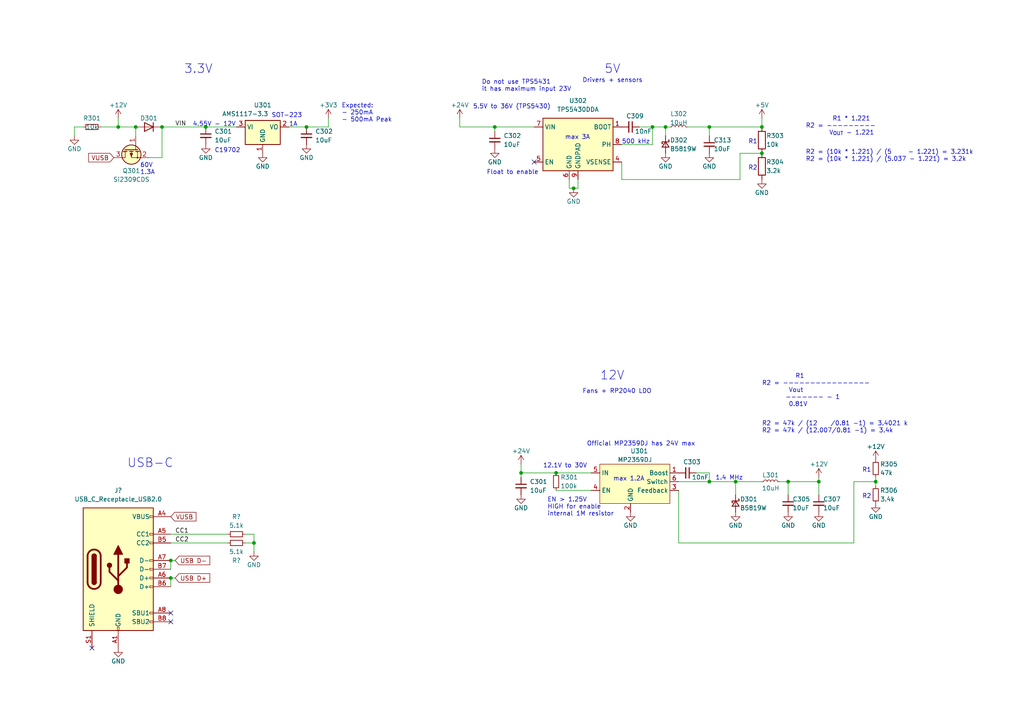
<source format=kicad_sch>
(kicad_sch (version 20230121) (generator eeschema)
  (paper "A4")
  (title_block (title "CAN 3D Printer (4 Motor) - Power Supply") (rev "1") (company "Abit Gray"))
  (lib_symbols
    (symbol "Connector:USB_C_Receptacle_USB2.0" (pin_names (offset 1.016))
      (property "Reference" "J" (at -10.16 19.05 0))
      (property "Value" "USB_C_Receptacle_USB2.0" (at 19.05 19.05 0))
      (symbol "USB_C_Receptacle_USB2.0_0_0"
        (rectangle (start -0.254 -17.78) (end 0.254 -16.764))
        (rectangle (start 10.16 -14.986) (end 9.144 -15.494))
        (rectangle (start 10.16 -12.446) (end 9.144 -12.954))
        (rectangle (start 10.16 -4.826) (end 9.144 -5.334))
        (rectangle (start 10.16 -2.286) (end 9.144 -2.794))
        (rectangle (start 10.16 0.254) (end 9.144 -0.254))
        (rectangle (start 10.16 2.794) (end 9.144 2.286))
        (rectangle (start 10.16 7.874) (end 9.144 7.366))
        (rectangle (start 10.16 10.414) (end 9.144 9.906))
        (rectangle (start 10.16 15.494) (end 9.144 14.986))
      )
      (symbol "USB_C_Receptacle_USB2.0_0_1"
        (rectangle (start -10.16 17.78) (end 10.16 -17.78) (stroke (width 0.254)) (fill (type background)))
        (arc (start -8.89 -3.81) (mid -6.985 -5.7067) (end -5.08 -3.81) (stroke (width 0.508)))
        (arc (start -7.62 -3.81) (mid -6.985 -4.4423) (end -6.35 -3.81) (stroke (width 0.254)))
        (arc (start -7.62 -3.81) (mid -6.985 -4.4423) (end -6.35 -3.81) (stroke (width 0.254)) (fill (type outline)))
        (rectangle (start -7.62 -3.81) (end -6.35 3.81) (stroke (width 0.254)) (fill (type outline)))
        (arc (start -6.35 3.81) (mid -6.985 4.4423) (end -7.62 3.81) (stroke (width 0.254)))
        (arc (start -6.35 3.81) (mid -6.985 4.4423) (end -7.62 3.81) (stroke (width 0.254)) (fill (type outline)))
        (arc (start -5.08 3.81) (mid -6.985 5.7067) (end -8.89 3.81) (stroke (width 0.508)))
        (circle (center -2.54 1.143) (radius 0.635) (stroke (width 0.254)) (fill (type outline)))
        (circle (center 0 -5.842) (radius 1.27) (fill (type outline)))
        (polyline (pts (xy -8.89 -3.81) (xy -8.89 3.81)) (stroke (width 0.508)))
        (polyline (pts (xy -5.08 3.81) (xy -5.08 -3.81)) (stroke (width 0.508)))
        (polyline (pts (xy 0 -5.842) (xy 0 4.318)) (stroke (width 0.508)))
        (polyline (pts (xy 0 -3.302) (xy -2.54 -0.762) (xy -2.54 0.508)) (stroke (width 0.508)))
        (polyline (pts (xy 0 -2.032) (xy 2.54 0.508) (xy 2.54 1.778)) (stroke (width 0.508)))
        (polyline (pts (xy -1.27 4.318) (xy 0 6.858) (xy 1.27 4.318) (xy -1.27 4.318)) (stroke (width 0.254)) (fill (type outline)))
        (rectangle (start 1.905 1.778) (end 3.175 3.048) (stroke (width 0.254)) (fill (type outline)))
      )
      (symbol "USB_C_Receptacle_USB2.0_1_1"
        (pin passive line (at 0 -22.86 90) (length 5.08) (name "GND") (number "A1"))
        (pin passive line (at 0 -22.86 90) (length 5.08) hide (name "GND") (number "A12"))
        (pin passive line (at 15.24 15.24 180) (length 5.08) (name "VBUS") (number "A4"))
        (pin bidirectional line (at 15.24 10.16 180) (length 5.08) (name "CC1") (number "A5"))
        (pin bidirectional line (at 15.24 -2.54 180) (length 5.08) (name "D+") (number "A6"))
        (pin bidirectional line (at 15.24 2.54 180) (length 5.08) (name "D-") (number "A7"))
        (pin bidirectional line (at 15.24 -12.7 180) (length 5.08) (name "SBU1") (number "A8"))
        (pin passive line (at 15.24 15.24 180) (length 5.08) hide (name "VBUS") (number "A9"))
        (pin passive line (at 0 -22.86 90) (length 5.08) hide (name "GND") (number "B1"))
        (pin passive line (at 0 -22.86 90) (length 5.08) hide (name "GND") (number "B12"))
        (pin passive line (at 15.24 15.24 180) (length 5.08) hide (name "VBUS") (number "B4"))
        (pin bidirectional line (at 15.24 7.62 180) (length 5.08) (name "CC2") (number "B5"))
        (pin bidirectional line (at 15.24 -5.08 180) (length 5.08) (name "D+") (number "B6"))
        (pin bidirectional line (at 15.24 0 180) (length 5.08) (name "D-") (number "B7"))
        (pin bidirectional line (at 15.24 -15.24 180) (length 5.08) (name "SBU2") (number "B8"))
        (pin passive line (at 15.24 15.24 180) (length 5.08) hide (name "VBUS") (number "B9"))
        (pin passive line (at -7.62 -22.86 90) (length 5.08) (name "SHIELD") (number "S1"))
      )
    )
    (symbol "Device:C_Small" (pin_numbers hide) (pin_names (offset 0.254) hide)
      (property "Reference" "C" (at 0.254 1.778 0))
      (property "Value" "C_Small" (at 0.254 -2.032 0))
      (symbol "C_Small_0_1"
        (polyline (pts (xy -1.524 -0.508) (xy 1.524 -0.508)) (stroke (width 0.3302)))
        (polyline (pts (xy -1.524 0.508) (xy 1.524 0.508)) (stroke (width 0.3048)))
      )
      (symbol "C_Small_1_1"
        (pin passive line (at 0 2.54 270) (length 2.032) (name "~") (number "1"))
        (pin passive line (at 0 -2.54 90) (length 2.032) (name "~") (number "2"))
      )
    )
    (symbol "Device:D" (pin_numbers hide) (pin_names (offset 1.016) hide)
      (property "Reference" "D" (at 0 2.54 0))
      (property "Value" "D" (at 0 -2.54 0))
      (symbol "D_0_1"
        (polyline (pts (xy -1.27 1.27) (xy -1.27 -1.27)) (stroke (width 0.254)))
        (polyline (pts (xy 1.27 0) (xy -1.27 0)))
        (polyline (pts (xy 1.27 1.27) (xy 1.27 -1.27) (xy -1.27 0) (xy 1.27 1.27)) (stroke (width 0.254)))
      )
      (symbol "D_1_1"
        (pin passive line (at -3.81 0 0) (length 2.54) (name "K") (number "1"))
        (pin passive line (at 3.81 0 180) (length 2.54) (name "A") (number "2"))
      )
    )
    (symbol "Device:D_Schottky_Small" (pin_numbers hide) (pin_names (offset 0.254) hide)
      (property "Reference" "D" (at -1.27 2.032 0))
      (property "Value" "D_Schottky_Small" (at -7.112 -2.032 0))
      (symbol "D_Schottky_Small_0_1"
        (polyline (pts (xy -0.762 0) (xy 0.762 0)))
        (polyline (pts (xy 0.762 -1.016) (xy -0.762 0) (xy 0.762 1.016) (xy 0.762 -1.016)) (stroke (width 0.254)))
        (polyline (pts (xy -1.27 0.762) (xy -1.27 1.016) (xy -0.762 1.016) (xy -0.762 -1.016) (xy -0.254 -1.016) (xy -0.254 -0.762)) (stroke (width 0.254)))
      )
      (symbol "D_Schottky_Small_1_1"
        (pin passive line (at -2.54 0 0) (length 1.778) (name "K") (number "1"))
        (pin passive line (at 2.54 0 180) (length 1.778) (name "A") (number "2"))
      )
    )
    (symbol "Device:L_Small" (pin_numbers hide) (pin_names (offset 0.254) hide)
      (property "Reference" "L" (at 0.762 1.016 0))
      (property "Value" "L_Small" (at 0.762 -1.016 0))
      (symbol "L_Small_0_1"
        (arc (start 0 -2.032) (mid 0.5058 -1.524) (end 0 -1.016))
        (arc (start 0 -1.016) (mid 0.5058 -0.508) (end 0 0))
        (arc (start 0 0) (mid 0.5058 0.508) (end 0 1.016))
        (arc (start 0 1.016) (mid 0.5058 1.524) (end 0 2.032))
      )
      (symbol "L_Small_1_1"
        (pin passive line (at 0 2.54 270) (length 0.508) (name "~") (number "1"))
        (pin passive line (at 0 -2.54 90) (length 0.508) (name "~") (number "2"))
      )
    )
    (symbol "Device:R" (pin_numbers hide) (pin_names (offset 0))
      (property "Reference" "R" (at 2.032 0 90))
      (property "Value" "R" (at 0 0 90))
      (symbol "R_0_1"
        (rectangle (start -1.016 -2.54) (end 1.016 2.54) (stroke (width 0.254)))
      )
      (symbol "R_1_1"
        (pin passive line (at 0 3.81 270) (length 1.27) (name "~") (number "1"))
        (pin passive line (at 0 -3.81 90) (length 1.27) (name "~") (number "2"))
      )
    )
    (symbol "Device:R_Small" (pin_numbers hide) (pin_names (offset 0.254) hide)
      (property "Reference" "R" (at 0.762 0.508 0))
      (property "Value" "R_Small" (at 0.762 -1.016 0))
      (symbol "R_Small_0_1"
        (rectangle (start -0.762 1.778) (end 0.762 -1.778) (stroke (width 0.2032)))
      )
      (symbol "R_Small_1_1"
        (pin passive line (at 0 2.54 270) (length 0.762) (name "~") (number "1"))
        (pin passive line (at 0 -2.54 90) (length 0.762) (name "~") (number "2"))
      )
    )
    (symbol "PCM_Transistor_MOSFET_AKL:Si2309CDS" (pin_names hide)
      (property "Reference" "Q" (at 5.08 1.27 0))
      (property "Value" "Si2309CDS" (at 5.08 -1.27 0))
      (symbol "Si2309CDS_0_1"
        (polyline (pts (xy 0.254 -1.905) (xy 0.254 1.905)) (stroke (width 0.254)))
        (polyline (pts (xy 0.254 1.27) (xy -2.54 1.27)))
        (polyline (pts (xy 0.762 -2.286) (xy 0.762 -1.27)) (stroke (width 0.254)))
        (polyline (pts (xy 0.762 -1.778) (xy 2.54 -1.778)))
        (polyline (pts (xy 0.762 -0.508) (xy 0.762 0.508)) (stroke (width 0.254)))
        (polyline (pts (xy 0.762 1.27) (xy 0.762 2.286)) (stroke (width 0.254)))
        (polyline (pts (xy 0.762 1.778) (xy 2.54 1.778)))
        (polyline (pts (xy 2.54 -2.54) (xy 2.54 -1.778)))
        (polyline (pts (xy 2.54 2.54) (xy 2.54 0) (xy 0.762 0)))
        (polyline (pts (xy 2.286 0) (xy 1.27 -0.381) (xy 1.27 0.381) (xy 2.286 0)) (fill (type outline)))
      )
      (symbol "Si2309CDS_1_1"
        (circle (center 1.651 0) (radius 2.794) (stroke (width 0.254)) (fill (type background)))
        (circle (center 2.54 1.778) (radius 0.1778) (fill (type outline)))
        (pin input line (at -3.81 1.27 0) (length 2.54) (name "G") (number "1"))
        (pin passive line (at 2.54 5.08 270) (length 2.54) (name "S") (number "2"))
        (pin passive line (at 2.54 -5.08 90) (length 2.54) (name "D") (number "3"))
      )
    )
    (symbol "Regulator_Linear:NCP1117-3.3_SOT223"
      (property "Reference" "U" (at -3.81 3.175 0))
      (property "Value" "NCP1117-3.3_SOT223" (at 0 3.175 0))
      (symbol "NCP1117-3.3_SOT223_0_1"
        (rectangle (start -5.08 -5.08) (end 5.08 1.905) (stroke (width 0.254)) (fill (type background)))
      )
      (symbol "NCP1117-3.3_SOT223_1_1"
        (pin power_in line (at 0 -7.62 90) (length 2.54) (name "GND") (number "1"))
        (pin power_out line (at 7.62 0 180) (length 2.54) (name "VO") (number "2"))
        (pin power_in line (at -7.62 0 0) (length 2.54) (name "VI") (number "3"))
      )
    )
    (symbol "Regulator_Switching:TPS5430DDA"
      (property "Reference" "U" (at -10.16 8.89 0))
      (property "Value" "TPS5430DDA" (at -1.27 8.89 0))
      (symbol "TPS5430DDA_0_1"
        (rectangle (start -10.16 7.62) (end 10.16 -7.62) (stroke (width 0.254)) (fill (type background)))
      )
      (symbol "TPS5430DDA_1_1"
        (pin input line (at 12.7 5.08 180) (length 2.54) (name "BOOT") (number "1"))
        (pin no_connect line (at -10.16 2.54 0) (length 2.54) hide (name "NC") (number "2"))
        (pin no_connect line (at -10.16 -2.54 0) (length 2.54) hide (name "NC") (number "3"))
        (pin input line (at 12.7 -5.08 180) (length 2.54) (name "VSENSE") (number "4"))
        (pin input line (at -12.7 -5.08 0) (length 2.54) (name "EN") (number "5"))
        (pin power_in line (at -2.54 -10.16 90) (length 2.54) (name "GND") (number "6"))
        (pin power_in line (at -12.7 5.08 0) (length 2.54) (name "VIN") (number "7"))
        (pin output line (at 12.7 0 180) (length 2.54) (name "PH") (number "8"))
        (pin power_in line (at 0 -10.16 90) (length 2.54) (name "GNDPAD") (number "9"))
      )
    )
    (symbol "Yautja:MP2359DJ"
      (property "Reference" "U" (at 0 5.08 0))
      (property "Value" "MP2359DJ" (at 0 2.54 0))
      (symbol "MP2359DJ_0_1"
        (rectangle (start -8.89 0) (end 11.43 -11.43) (fill (type background)))
      )
      (symbol "MP2359DJ_1_1"
        (pin input line (at 13.97 -2.54 180) (length 2.54) (name "Boost") (number "1"))
        (pin power_in line (at 0 -13.97 90) (length 2.54) (name "GND") (number "2"))
        (pin input line (at 13.97 -7.62 180) (length 2.54) (name "Feedback") (number "3"))
        (pin input line (at -11.43 -7.62 0) (length 2.54) (name "EN") (number "4"))
        (pin power_in line (at -11.43 -2.54 0) (length 2.54) (name "IN") (number "5"))
        (pin input line (at 13.97 -5.08 180) (length 2.54) (name "Switch") (number "6"))
      )
    )
    (symbol "power:+12V" (power) (pin_names (offset 0))
      (property "Value" "+12V" (at 0 3.556 0))
      (symbol "+12V_0_1"
        (polyline (pts (xy -0.762 1.27) (xy 0 2.54)))
        (polyline (pts (xy 0 0) (xy 0 2.54)))
        (polyline (pts (xy 0 2.54) (xy 0.762 1.27)))
      )
      (symbol "+12V_1_1"
        (pin power_in line (at 0 0 90) (length 0) hide (name "+12V") (number "1"))
      )
    )
    (symbol "power:+24V" (power) (pin_names (offset 0))
      (property "Value" "+24V" (at 0 3.556 0))
      (symbol "+24V_0_1"
        (polyline (pts (xy -0.762 1.27) (xy 0 2.54)))
        (polyline (pts (xy 0 0) (xy 0 2.54)))
        (polyline (pts (xy 0 2.54) (xy 0.762 1.27)))
      )
      (symbol "+24V_1_1"
        (pin power_in line (at 0 0 90) (length 0) hide (name "+24V") (number "1"))
      )
    )
    (symbol "power:+3V3" (power) (pin_names (offset 0))
      (property "Value" "+3V3" (at 0 3.556 0))
      (symbol "+3V3_0_1"
        (polyline (pts (xy -0.762 1.27) (xy 0 2.54)))
        (polyline (pts (xy 0 0) (xy 0 2.54)))
        (polyline (pts (xy 0 2.54) (xy 0.762 1.27)))
      )
      (symbol "+3V3_1_1"
        (pin power_in line (at 0 0 90) (length 0) hide (name "+3V3") (number "1"))
      )
    )
    (symbol "power:+5V" (power) (pin_names (offset 0))
      (property "Value" "+5V" (at 0 3.556 0))
      (symbol "+5V_0_1"
        (polyline (pts (xy -0.762 1.27) (xy 0 2.54)))
        (polyline (pts (xy 0 0) (xy 0 2.54)))
        (polyline (pts (xy 0 2.54) (xy 0.762 1.27)))
      )
      (symbol "+5V_1_1"
        (pin power_in line (at 0 0 90) (length 0) hide (name "+5V") (number "1"))
      )
    )
    (symbol "power:GND" (power) (pin_numbers hide) (pin_names (offset 0) hide)
      (property "Value" "GND" (at 0 -3.81 0))
      (symbol "GND_0_1"
        (polyline (pts (xy 0 0) (xy 0 -1.27) (xy 1.27 -1.27) (xy 0 -2.54) (xy -1.27 -1.27) (xy 0 -1.27)))
      )
      (symbol "GND_1_1"
        (pin power_in line (at 0 0 270) (length 0) hide (name "GND") (number "1"))
      )
    )
  )
  (junction (at 49.53 167.64))
  (junction (at 237.49 139.7))
  (junction (at 205.74 139.7))
  (junction (at 193.04 36.83))
  (junction (at 254 139.7))
  (junction (at 73.66 157.48))
  (junction (at 39.37 36.83))
  (junction (at 228.6 139.7))
  (junction (at 161.29 137.16))
  (junction (at 205.74 36.83))
  (junction (at 151.13 137.16))
  (junction (at 49.53 162.56))
  (junction (at 59.69 36.83))
  (junction (at 143.51 36.83))
  (junction (at 189.23 36.83))
  (junction (at 166.37 54.61))
  (junction (at 34.29 36.83))
  (junction (at 220.98 36.83))
  (junction (at 220.98 44.45))
  (junction (at 213.36 139.7))
  (junction (at 88.9 36.83))
  (junction (at 46.99 36.83))
  (no_connect (at 26.67 187.96))
  (no_connect (at 49.53 177.8))
  (no_connect (at 49.53 180.34))
  (no_connect (at 154.94 46.99))
  (wire (pts (xy 167.64 54.61) (xy 167.64 52.07)))
  (wire (pts (xy 49.53 167.64) (xy 49.53 170.18)))
  (wire (pts (xy 166.37 54.61) (xy 167.64 54.61)))
  (wire (pts (xy 143.51 36.83) (xy 143.51 38.1)))
  (wire (pts (xy 151.13 138.43) (xy 151.13 137.16)))
  (wire (pts (xy 46.99 36.83) (xy 59.69 36.83)))
  (wire (pts (xy 205.74 139.7) (xy 213.36 139.7)))
  (wire (pts (xy 205.74 137.16) (xy 201.93 137.16)))
  (wire (pts (xy 50.8 167.64) (xy 49.53 167.64)))
  (wire (pts (xy 205.74 39.37) (xy 205.74 36.83)))
  (wire (pts (xy 180.34 41.91) (xy 189.23 41.91)))
  (wire (pts (xy 193.04 36.83) (xy 194.31 36.83)))
  (wire (pts (xy 88.9 36.83) (xy 83.82 36.83)))
  (wire (pts (xy 185.42 36.83) (xy 189.23 36.83)))
  (wire (pts (xy 39.37 36.83) (xy 39.37 39.37)))
  (wire (pts (xy 133.35 34.29) (xy 133.35 36.83)))
  (wire (pts (xy 59.69 36.83) (xy 68.58 36.83)))
  (wire (pts (xy 151.13 134.62) (xy 151.13 137.16)))
  (wire (pts (xy 196.85 139.7) (xy 205.74 139.7)))
  (wire (pts (xy 49.53 162.56) (xy 49.53 165.1)))
  (wire (pts (xy 43.18 45.72) (xy 46.99 45.72)))
  (wire (pts (xy 247.65 157.48) (xy 196.85 157.48)))
  (wire (pts (xy 73.66 154.94) (xy 73.66 157.48)))
  (wire (pts (xy 205.74 139.7) (xy 205.74 137.16)))
  (wire (pts (xy 165.1 54.61) (xy 166.37 54.61)))
  (wire (pts (xy 237.49 143.51) (xy 237.49 139.7)))
  (wire (pts (xy 73.66 157.48) (xy 71.12 157.48)))
  (wire (pts (xy 196.85 157.48) (xy 196.85 142.24)))
  (wire (pts (xy 46.99 36.83) (xy 46.99 45.72)))
  (wire (pts (xy 189.23 41.91) (xy 189.23 36.83)))
  (wire (pts (xy 165.1 52.07) (xy 165.1 54.61)))
  (wire (pts (xy 21.59 39.37) (xy 21.59 36.83)))
  (wire (pts (xy 254 139.7) (xy 254 140.97)))
  (wire (pts (xy 193.04 39.37) (xy 193.04 36.83)))
  (wire (pts (xy 34.29 36.83) (xy 39.37 36.83)))
  (wire (pts (xy 228.6 143.51) (xy 228.6 139.7)))
  (wire (pts (xy 34.29 34.29) (xy 34.29 36.83)))
  (wire (pts (xy 161.29 142.24) (xy 171.45 142.24)))
  (wire (pts (xy 21.59 36.83) (xy 24.13 36.83)))
  (wire (pts (xy 49.53 154.94) (xy 66.04 154.94)))
  (wire (pts (xy 95.25 36.83) (xy 88.9 36.83)))
  (wire (pts (xy 189.23 36.83) (xy 193.04 36.83)))
  (wire (pts (xy 29.21 36.83) (xy 34.29 36.83)))
  (wire (pts (xy 228.6 139.7) (xy 226.06 139.7)))
  (wire (pts (xy 214.63 52.07) (xy 180.34 52.07)))
  (wire (pts (xy 220.98 139.7) (xy 213.36 139.7)))
  (wire (pts (xy 95.25 34.29) (xy 95.25 36.83)))
  (wire (pts (xy 205.74 36.83) (xy 199.39 36.83)))
  (wire (pts (xy 50.8 162.56) (xy 49.53 162.56)))
  (wire (pts (xy 151.13 137.16) (xy 161.29 137.16)))
  (wire (pts (xy 180.34 52.07) (xy 180.34 46.99)))
  (wire (pts (xy 214.63 44.45) (xy 214.63 52.07)))
  (wire (pts (xy 228.6 139.7) (xy 237.49 139.7)))
  (wire (pts (xy 133.35 36.83) (xy 143.51 36.83)))
  (wire (pts (xy 161.29 137.16) (xy 171.45 137.16)))
  (wire (pts (xy 254 139.7) (xy 247.65 139.7)))
  (wire (pts (xy 247.65 139.7) (xy 247.65 157.48)))
  (wire (pts (xy 73.66 154.94) (xy 71.12 154.94)))
  (wire (pts (xy 237.49 138.43) (xy 237.49 139.7)))
  (wire (pts (xy 254 138.43) (xy 254 139.7)))
  (wire (pts (xy 73.66 157.48) (xy 73.66 160.02)))
  (wire (pts (xy 49.53 157.48) (xy 66.04 157.48)))
  (wire (pts (xy 143.51 36.83) (xy 154.94 36.83)))
  (wire (pts (xy 220.98 34.29) (xy 220.98 36.83)))
  (wire (pts (xy 205.74 36.83) (xy 220.98 36.83)))
  (wire (pts (xy 220.98 44.45) (xy 214.63 44.45)))
  (wire (pts (xy 213.36 143.51) (xy 213.36 139.7)))
  (text "Do not use TPS5431\nit has maximum input 23V" (at 139.7 26.67 0) (effects (font (size 1.27 1.27)) (justify left bottom)))
  (text "C19702" (at 62.23 44.45 0) (effects (font (size 1.27 1.27)) (justify left bottom)))
  (text "12V" (at 173.99 110.49 0) (effects (font (size 2.54 2.54)) (justify left bottom)))
  (text "5.5V to 36V (TPS5430)" (at 137.16 31.75 0) (effects (font (size 1.27 1.27)) (justify left bottom)))
  (text "Float to enable" (at 156.21 50.8 0) (effects (font (size 1.27 1.27)) (justify right bottom)))
  (text "1.4 MHz" (at 207.4953 139.4173 0) (effects (font (size 1.27 1.27)) (justify left bottom)))
  (text "R2 = 47k / (12    /0.81 -1) = 3.4021 k\nR2 = 47k / (12.007/0.81 -1) = 3.4k" (at 220.98 125.73 0) (effects (font (size 1.27 1.27)) (justify left bottom)))
  (text "1A" (at 83.82 36.83 0) (effects (font (size 1.27 1.27)) (justify left bottom)))
  (text "        R1 * 1.221\nR2 = ---------\n       V_{OUT} - 1.221" (at 233.68 39.37 0) (effects (font (size 1.27 1.27)) (justify left bottom)))
  (text "R2" (at 252.73 144.78 0) (effects (font (size 1.27 1.27)) (justify right bottom)))
  (text "SOT-223" (at 78.74 34.29 0) (effects (font (size 1.27 1.27)) (justify left bottom)))
  (text "          R1\nR2 = ----------------\n        Vout\n       ------- - 1\n        0.81V" (at 220.98 118.11 0) (effects (font (size 1.27 1.27)) (justify left bottom)))
  (text "Official MP2359DJ has 24V max" (at 170.18 129.54 0) (effects (font (size 1.27 1.27)) (justify left bottom)))
  (text "R2" (at 219.71 49.53 0) (effects (font (size 1.27 1.27)) (justify right bottom)))
  (text "EN > 1.25V\nHIGH for enable\ninternal 1M resistor" (at 158.75 149.86 0) (effects (font (size 1.27 1.27)) (justify left bottom)))
  (text "12.1V to 30V" (at 157.48 135.89 0) (effects (font (size 1.27 1.27)) (justify left bottom)))
  (text "Drivers + sensors" (at 168.91 24.13 0) (effects (font (size 1.27 1.27)) (justify left bottom)))
  (text "R1" (at 252.73 137.16 0) (effects (font (size 1.27 1.27)) (justify right bottom)))
  (text "60V\n1.3A" (at 40.64 50.8 0) (effects (font (size 1.27 1.27)) (justify left bottom)))
  (text "R2 = (10k * 1.221) / (5     - 1.221) = 3.231k\nR2 = (10k * 1.221) / (5.037 - 1.221) = 3.2k" (at 233.68 46.99 0) (effects (font (size 1.27 1.27)) (justify left bottom)))
  (text "5V" (at 175.26 21.59 0) (effects (font (size 2.54 2.54)) (justify left bottom)))
  (text "max 3A" (at 163.83 40.64 0) (effects (font (size 1.27 1.27)) (justify left bottom)))
  (text "Fans + RP2040 LDO" (at 168.91 114.3 0) (effects (font (size 1.27 1.27)) (justify left bottom)))
  (text "USB-C" (at 36.83 135.89 0) (effects (font (size 2.54 2.54)) (justify left bottom)))
  (text "3.3V" (at 53.34 21.59 0) (effects (font (size 2.54 2.54)) (justify left bottom)))
  (text "R1" (at 219.71 41.91 0) (effects (font (size 1.27 1.27)) (justify right bottom)))
  (text "max 1.2A" (at 177.8 139.7 0) (effects (font (size 1.27 1.27)) (justify left bottom)))
  (text "4.55V - 12V" (at 55.88 36.83 0) (effects (font (size 1.27 1.27)) (justify left bottom)))
  (text "500 kHz" (at 180.34 41.91 0) (effects (font (size 1.27 1.27)) (justify left bottom)))
  (text "Expected:\n- 250mA\n- 500mA Peak" (at 99.06 35.56 0) (effects (font (size 1.27 1.27)) (justify left bottom)))
  (label "CC1" (at 50.8 154.94 0))
  (label "VIN" (at 50.8 36.83 0))
  (label "CC2" (at 50.8 157.48 0))
  (global_label "USB D+" (shape input) (at 50.8 167.64 0) (property "Intersheetrefs" "${INTERSHEET_REFS}" (effects hide)))
  (global_label "USB D-" (shape input) (at 50.8 162.56 0) (property "Intersheetrefs" "${INTERSHEET_REFS}" (effects hide)))
  (global_label "VUSB" (shape input) (at 33.02 45.72 180) (property "Intersheetrefs" "${INTERSHEET_REFS}" (effects hide)))
  (global_label "VUSB" (shape input) (at 49.53 149.86 0) (property "Intersheetrefs" "${INTERSHEET_REFS}" (effects hide)))
  (symbol (lib_id "Device:C_Small") (at 143.51 40.64 0) (unit 1)
    (property "Reference" "C302" (at 146.05 39.37 0) (effects (justify left)))
    (property "Value" "10uF" (at 146.05 41.91 0) (effects (justify left)))
    (property "Footprint" "Capacitor_SMD:C_1206_3216Metric" (effects hide))
    (property "LCSC" "C13585" (effects hide))
    (property "Mouser" "810-CGA5L3X5R1H106K" (effects hide))
    (instances (project "Head" (path "" (reference "C302") (unit 1)) (path "" (reference "C?") (unit 1))) (project "4MotorCAN" (path "" (reference "C311") (unit 1))))
  )
  (symbol (lib_id "Device:R_Small") (at 161.29 139.7 0) (unit 1)
    (property "Reference" "R301" (at 162.56 138.43 0) (effects (justify left)))
    (property "Value" "100k" (at 162.56 140.97 0) (effects (justify left)))
    (property "Footprint" "Resistor_SMD:R_0603_1608Metric" (effects hide))
    (property "LCSC" "C25803" (effects hide))
    (property "Mouser" "667-ERJ-3EKF1003V" (effects hide))
    (instances (project "Head" (path "" (reference "R301") (unit 1)) (path "" (reference "R?") (unit 1))) (project "4MotorCAN" (path "" (reference "R321") (unit 1))))
  )
  (symbol (lib_id "power:GND") (at 220.98 52.07 0) (unit 1)
    (property "Reference" "#PWR0334" (effects hide))
    (property "Value" "GND" (at 220.98 55.88 0))
    (instances (project "Head" (path "" (reference "#PWR0334") (unit 1)) (path "" (reference "#PWR0410") (unit 1))) (project "4MotorCAN" (path "" (reference "#PWR0317") (unit 1))))
  )
  (symbol (lib_id "Yautja:MP2359DJ") (at 182.88 134.62 0) (unit 1)
    (property "Reference" "U301" (at 185.42 130.81 0))
    (property "Value" "MP2359DJ" (at 184.15 133.35 0))
    (property "Footprint" "Package_TO_SOT_SMD:SOT-23-6" (effects hide))
    (property "Datasheet" "https://datasheet.lcsc.com/lcsc/2201241030_TECH-PUBLIC-TPMP2359DJ_C2959845.pdf" (effects hide))
    (property "LCSC" "C2959845" (effects hide))
    (instances (project "Head" (path "" (reference "U301") (unit 1)) (path "" (reference "U?") (unit 1))) (project "4MotorCAN" (path "" (reference "U321") (unit 1))))
  )
  (symbol (lib_id "Device:D_Schottky_Small") (at 213.36 146.05 270) (unit 1)
    (property "Reference" "D301" (at 214.63 144.78 90) (effects (justify left)))
    (property "Value" "B5819W" (at 214.63 147.32 90) (effects (justify left)))
    (property "Footprint" "Diode_SMD:D_SOD-123" (effects hide))
    (property "Datasheet" "https://www.smc-diodes.com/propdf/B5817W-B5819W%20N1752%20REV.-.pdf" (effects hide))
    (property "LCSC" "C8598" (effects hide))
    (property "Mouser" "833-B5819W-TP" (effects hide))
    (instances (project "Head" (path "" (reference "D301") (unit 1)) (path "" (reference "D?") (unit 1))) (project "4MotorCAN" (path "" (reference "D321") (unit 1))))
  )
  (symbol (lib_id "Device:C_Small") (at 59.69 39.37 0) (unit 1)
    (property "Reference" "C301" (at 62.23 38.1063 0) (effects (justify left)))
    (property "Value" "10uF" (at 62.23 40.6463 0) (effects (justify left)))
    (property "Footprint" "Capacitor_SMD:C_1206_3216Metric" (effects hide))
    (property "LCSC" "C13585" (effects hide))
    (property "Mouser" "810-CGA5L3X5R1H106K" (effects hide))
  )
  (symbol (lib_id "power:+12V") (at 254 133.35 0) (unit 1)
    (property "Reference" "#PWR0119" (effects hide))
    (property "Value" "+12V" (at 254 129.54 0))
    (instances (project "4MotorCAN" (path "" (reference "#PWR0119") (unit 1)) (path "" (reference "#PWR0304") (unit 1))))
  )
  (symbol (lib_id "Device:C_Small") (at 151.13 140.97 0) (unit 1)
    (property "Reference" "C301" (at 153.67 139.7 0) (effects (justify left)))
    (property "Value" "10uF" (at 153.67 142.24 0) (effects (justify left)))
    (property "Footprint" "Capacitor_SMD:C_1206_3216Metric" (effects hide))
    (property "LCSC" "C13585" (effects hide))
    (property "Mouser" "810-CGA5L3X5R1H106K" (effects hide))
    (instances (project "Head" (path "" (reference "C301") (unit 1)) (path "" (reference "C?") (unit 1))) (project "4MotorCAN" (path "" (reference "C321") (unit 1))))
  )
  (symbol (lib_id "Device:R") (at 220.98 40.64 0) (unit 1)
    (property "Reference" "R303" (at 222.25 39.37 0) (effects (justify left)))
    (property "Value" "10k" (at 222.25 41.91 0) (effects (justify left)))
    (property "Footprint" "Resistor_SMD:R_0603_1608Metric" (effects hide))
    (property "LCSC" "C25804" (effects hide))
    (property "Mouser" "603-AC0603FR-1010KL" (effects hide))
    (instances (project "Head" (path "" (reference "R303") (unit 1))) (project "4MotorCAN" (path "" (reference "R311") (unit 1))))
  )
  (symbol (lib_id "power:GND") (at 73.66 160.02 0) (unit 1)
    (property "Reference" "#PWR?" (effects hide))
    (property "Value" "GND" (at 73.66 163.83 0))
    (instances (project "Charger" (path "" (reference "#PWR?") (unit 1))) (project "4MotorCAN" (path "" (reference "#PWR0402") (unit 1)) (path "" (reference "#PWR0302") (unit 1))))
  )
  (symbol (lib_id "Device:L_Small") (at 196.85 36.83 90) (unit 1)
    (property "Reference" "L302" (at 196.85 33.02 90))
    (property "Value" "10uH" (at 196.85 35.56 90))
    (property "Footprint" "Inductor_SMD:L_Sunlord_MWSA0503S" (effects hide))
    (property "LCSC" "C177248" (effects hide))
    (instances (project "Head" (path "" (reference "L302") (unit 1)) (path "" (reference "L?") (unit 1))) (project "4MotorCAN" (path "" (reference "L311") (unit 1))))
  )
  (symbol (lib_id "power:GND") (at 205.74 44.45 0) (unit 1)
    (property "Reference" "#PWR0333" (effects hide))
    (property "Value" "GND" (at 205.74 48.26 0))
    (instances (project "Head" (path "" (reference "#PWR0333") (unit 1)) (path "" (reference "#PWR0410") (unit 1))) (project "4MotorCAN" (path "" (reference "#PWR0316") (unit 1))))
  )
  (symbol (lib_id "power:GND") (at 151.13 143.51 0) (unit 1)
    (property "Reference" "#PWR0303" (effects hide))
    (property "Value" "GND" (at 151.13 147.32 0))
    (instances (project "Head" (path "" (reference "#PWR0303") (unit 1)) (path "" (reference "#PWR0403") (unit 1))) (project "4MotorCAN" (path "" (reference "#PWR0318") (unit 1))))
  )
  (symbol (lib_id "power:+3V3") (at 95.25 34.29 0) (unit 1)
    (property "Reference" "#PWR0103" (effects hide))
    (property "Value" "+3V3" (at 95.25 30.48 0))
    (instances (project "4MotorCAN" (path "" (reference "#PWR0103") (unit 1)) (path "" (reference "#PWR0306") (unit 1))))
  )
  (symbol (lib_id "power:GND") (at 143.51 43.18 0) (unit 1)
    (property "Reference" "#PWR0330" (effects hide))
    (property "Value" "GND" (at 143.51 46.99 0))
    (instances (project "Head" (path "" (reference "#PWR0330") (unit 1)) (path "" (reference "#PWR0404") (unit 1))) (project "4MotorCAN" (path "" (reference "#PWR0313") (unit 1))))
  )
  (symbol (lib_id "power:+5V") (at 220.98 34.29 0) (unit 1)
    (property "Reference" "#PWR0117" (effects hide))
    (property "Value" "+5V" (at 220.98 30.48 0))
    (instances (project "4MotorCAN" (path "" (reference "#PWR0117") (unit 1)) (path "" (reference "#PWR0305") (unit 1))))
  )
  (symbol (lib_id "Device:R_Small") (at 26.67 36.83 90) (unit 1)
    (property "Reference" "R301" (at 26.67 34.29 90))
    (property "Value" "10k" (at 26.67 36.83 90))
    (property "Footprint" "Resistor_SMD:R_0603_1608Metric" (effects hide))
    (property "LCSC" "C25804" (effects hide))
    (property "Mouser" "603-AC0603FR-1010KL" (effects hide))
  )
  (symbol (lib_id "Connector:USB_C_Receptacle_USB2.0") (at 34.29 165.1 0) (unit 1)
    (property "Reference" "J?" (at 34.29 142.24 0))
    (property "Value" "USB_C_Receptacle_USB2.0" (at 34.29 144.78 0))
    (property "Footprint" "Connector_USB:USB_C_Receptacle_GCT_USB4105-xx-A_16P_TopMnt_Horizontal" (effects hide))
    (property "Datasheet" "https://datasheet.lcsc.com/lcsc/2111231930_SHOU-HAN-TYPE-C-16PIN-2MD-073_C2765186.pdf" (effects hide))
    (property "LCSC" "C2765186" (effects hide))
    (instances (project "4MotorCAN" (path "" (reference "J?") (unit 1)) (path "" (reference "J301") (unit 1))))
  )
  (symbol (lib_id "Device:R_Small") (at 68.58 157.48 90) (mirror x) (unit 1)
    (property "Reference" "R?" (at 68.58 162.56 90))
    (property "Value" "5.1k" (at 68.58 160.02 90))
    (property "Footprint" "Resistor_SMD:R_0603_1608Metric" (effects hide))
    (property "LCSC" "C23186" (effects hide))
    (instances (project "4MotorCAN" (path "" (reference "R?") (unit 1)) (path "" (reference "R?") (unit 1)) (path "" (reference "R332") (unit 1))))
  )
  (symbol (lib_id "power:GND") (at 88.9 41.91 0) (unit 1)
    (property "Reference" "#PWR?" (effects hide))
    (property "Value" "GND" (at 88.9 45.72 0))
    (instances (project "Charger" (path "" (reference "#PWR?") (unit 1))) (project "4MotorCAN" (path "" (reference "#PWR0401") (unit 1)) (path "" (reference "#PWR0310") (unit 1))))
  )
  (symbol (lib_id "Device:C_Small") (at 199.39 137.16 270) (unit 1)
    (property "Reference" "C303" (at 198.12 133.985 90) (effects (justify left)))
    (property "Value" "10nF" (at 200.66 138.43 90) (effects (justify left)))
    (property "Footprint" "Capacitor_SMD:C_0603_1608Metric" (effects hide))
    (property "LCSC" "C57112" (effects hide))
    (property "Mouser" "81-GCM188R71H103KA7J" (effects hide))
    (instances (project "Head" (path "" (reference "C303") (unit 1)) (path "" (reference "C?") (unit 1))) (project "4MotorCAN" (path "" (reference "C322") (unit 1))))
  )
  (symbol (lib_id "Device:C_Small") (at 228.6 146.05 0) (unit 1)
    (property "Reference" "C305" (at 229.87 144.78 0) (effects (justify left)))
    (property "Value" "10uF" (at 229.87 147.32 0) (effects (justify left)))
    (property "Footprint" "Capacitor_SMD:C_1206_3216Metric" (effects hide))
    (property "LCSC" "C13585" (effects hide))
    (property "Mouser" "810-CGA5L3X5R1H106K" (effects hide))
    (instances (project "Head" (path "" (reference "C305") (unit 1)) (path "" (reference "C?") (unit 1))) (project "4MotorCAN" (path "" (reference "C323") (unit 1))))
  )
  (symbol (lib_id "power:+12V") (at 34.29 34.29 0) (unit 1)
    (property "Reference" "#PWR0119" (effects hide))
    (property "Value" "+12V" (at 34.29 30.48 0))
    (instances (project "4MotorCAN" (path "" (reference "#PWR0119") (unit 1)) (path "" (reference "#PWR0307") (unit 1))))
  )
  (symbol (lib_id "power:+24V") (at 133.35 34.29 0) (unit 1)
    (property "Reference" "#PWR0118" (effects hide))
    (property "Value" "+24V" (at 133.35 30.48 0))
    (instances (project "4MotorCAN" (path "" (reference "#PWR0118") (unit 1)) (path "" (reference "#PWR0303") (unit 1))))
  )
  (symbol (lib_id "Device:C_Small") (at 237.49 146.05 0) (unit 1)
    (property "Reference" "C307" (at 238.76 144.78 0) (effects (justify left)))
    (property "Value" "10uF" (at 238.76 147.32 0) (effects (justify left)))
    (property "Footprint" "Capacitor_SMD:C_1206_3216Metric" (effects hide))
    (property "LCSC" "C13585" (effects hide))
    (property "Mouser" "810-CGA5L3X5R1H106K" (effects hide))
    (instances (project "Head" (path "" (reference "C307") (unit 1)) (path "" (reference "C?") (unit 1))) (project "4MotorCAN" (path "" (reference "C324") (unit 1))))
  )
  (symbol (lib_id "power:GND") (at 166.37 54.61 0) (unit 1)
    (property "Reference" "#PWR0331" (effects hide))
    (property "Value" "GND" (at 166.37 58.42 0))
    (instances (project "Head" (path "" (reference "#PWR0331") (unit 1)) (path "" (reference "#PWR0408") (unit 1))) (project "4MotorCAN" (path "" (reference "#PWR0314") (unit 1))))
  )
  (symbol (lib_id "power:+24V") (at 151.13 134.62 0) (unit 1)
    (property "Reference" "#PWR0118" (effects hide))
    (property "Value" "+24V" (at 151.13 130.81 0))
    (instances (project "4MotorCAN" (path "" (reference "#PWR0118") (unit 1)) (path "" (reference "#PWR0308") (unit 1))))
  )
  (symbol (lib_id "power:GND") (at 228.6 148.59 0) (unit 1)
    (property "Reference" "#PWR0311" (effects hide))
    (property "Value" "GND" (at 228.6 152.4 0))
    (instances (project "Head" (path "" (reference "#PWR0311") (unit 1)) (path "" (reference "#PWR0411") (unit 1))) (project "4MotorCAN" (path "" (reference "#PWR0321") (unit 1))))
  )
  (symbol (lib_id "Device:R") (at 220.98 48.26 0) (unit 1)
    (property "Reference" "R304" (at 222.25 46.99 0) (effects (justify left)))
    (property "Value" "3.2k" (at 222.25 49.53 0) (effects (justify left)))
    (property "Footprint" "Resistor_SMD:R_0603_1608Metric" (effects hide))
    (property "LCSC" "C861375" (effects hide))
    (instances (project "Head" (path "" (reference "R304") (unit 1))) (project "4MotorCAN" (path "" (reference "R312") (unit 1))))
  )
  (symbol (lib_id "power:+12V") (at 237.49 138.43 0) (unit 1)
    (property "Reference" "#PWR0119" (effects hide))
    (property "Value" "+12V" (at 237.49 134.62 0))
    (instances (project "4MotorCAN" (path "" (reference "#PWR0119") (unit 1)) (path "" (reference "#PWR0322") (unit 1))))
  )
  (symbol (lib_id "power:GND") (at 254 146.05 0) (unit 1)
    (property "Reference" "#PWR0318" (effects hide))
    (property "Value" "GND" (at 254 149.86 0))
    (instances (project "Head" (path "" (reference "#PWR0318") (unit 1)) (path "" (reference "#PWR0418") (unit 1))) (project "4MotorCAN" (path "" (reference "#PWR0325") (unit 1))))
  )
  (symbol (lib_id "Device:C_Small") (at 88.9 39.37 0) (unit 1)
    (property "Reference" "C302" (at 91.44 38.1063 0) (effects (justify left)))
    (property "Value" "10uF" (at 91.44 40.6463 0) (effects (justify left)))
    (property "Footprint" "Capacitor_SMD:C_1206_3216Metric" (effects hide))
    (property "LCSC" "C13585" (effects hide))
    (property "Mouser" "810-CGA5L3X5R1H106K" (effects hide))
  )
  (symbol (lib_id "Device:C_Small") (at 182.88 36.83 270) (unit 1)
    (property "Reference" "C309" (at 181.61 33.655 90) (effects (justify left)))
    (property "Value" "10nF" (at 184.15 38.1 90) (effects (justify left)))
    (property "Footprint" "Capacitor_SMD:C_0603_1608Metric" (effects hide))
    (property "LCSC" "C57112" (effects hide))
    (property "Mouser" "81-GCM188R71H103KA7J" (effects hide))
    (instances (project "Head" (path "" (reference "C309") (unit 1)) (path "" (reference "C?") (unit 1))) (project "4MotorCAN" (path "" (reference "C312") (unit 1))))
  )
  (symbol (lib_id "Device:R_Small") (at 254 143.51 0) (unit 1)
    (property "Reference" "R306" (at 255.27 142.24 0) (effects (justify left)))
    (property "Value" "3.4k" (at 255.27 144.78 0) (effects (justify left)))
    (property "Footprint" "Resistor_SMD:R_0603_1608Metric" (effects hide))
    (property "LCSC" "C22997" (effects hide))
    (instances (project "Head" (path "" (reference "R306") (unit 1)) (path "" (reference "R?") (unit 1))) (project "4MotorCAN" (path "" (reference "R323") (unit 1))))
  )
  (symbol (lib_id "Device:D") (at 43.18 36.83 180) (unit 1)
    (property "Reference" "D301" (at 43.18 34.29 0))
    (property "Value" "D_Schottky" (effects hide))
    (property "Footprint" "Diode_SMD:D_SMA" (effects hide))
    (property "Datasheet" "https://datasheet.lcsc.com/lcsc/1912111437_Shikues-MSK340A_C434027.pdf" (effects hide))
    (property "LCSC" "C434027" (effects hide))
  )
  (symbol (lib_id "Regulator_Linear:NCP1117-3.3_SOT223") (at 76.2 36.83 0) (unit 1)
    (property "Reference" "U301" (at 76.2 30.48 0))
    (property "Value" "AMS1117-3.3" (at 71.12 33.02 0))
    (property "Footprint" "Package_TO_SOT_SMD:SOT-223-3_TabPin2" (effects hide))
    (property "Datasheet" "https://datasheet.lcsc.com/lcsc/2110111730_UMW-Youtai-Semiconductor-Co---Ltd--AMS1117-3-3_C347222.pdf" (effects hide))
    (property "LCSC" "C347222" (effects hide))
    (property "Mouser" "863-NCP1117ST25T3G" (effects hide))
  )
  (symbol (lib_id "power:GND") (at 59.69 41.91 0) (unit 1)
    (property "Reference" "#PWR?" (effects hide))
    (property "Value" "GND" (at 59.69 45.72 0))
    (instances (project "Charger" (path "" (reference "#PWR?") (unit 1))) (project "4MotorCAN" (path "" (reference "#PWR0401") (unit 1)) (path "" (reference "#PWR0311") (unit 1))))
  )
  (symbol (lib_id "Device:C_Small") (at 205.74 41.91 0) (unit 1)
    (property "Reference" "C313" (at 207.01 40.64 0) (effects (justify left)))
    (property "Value" "10uF" (at 207.01 43.18 0) (effects (justify left)))
    (property "Footprint" "Capacitor_SMD:C_1206_3216Metric" (effects hide))
    (property "LCSC" "C13585" (effects hide))
    (property "Mouser" "810-CGA5L3X5R1H106K" (effects hide))
    (instances (project "Head" (path "" (reference "C313") (unit 1)) (path "" (reference "C?") (unit 1))) (project "4MotorCAN" (path "" (reference "C313") (unit 1))))
  )
  (symbol (lib_id "power:GND") (at 237.49 148.59 0) (unit 1)
    (property "Reference" "#PWR0314" (effects hide))
    (property "Value" "GND" (at 237.49 152.4 0))
    (instances (project "Head" (path "" (reference "#PWR0314") (unit 1)) (path "" (reference "#PWR0414") (unit 1))) (project "4MotorCAN" (path "" (reference "#PWR0323") (unit 1))))
  )
  (symbol (lib_id "power:GND") (at 21.59 39.37 0) (unit 1)
    (property "Reference" "#PWR?" (effects hide))
    (property "Value" "GND" (at 21.59 43.18 0))
    (instances (project "Charger" (path "" (reference "#PWR?") (unit 1))) (project "4MotorCAN" (path "" (reference "#PWR0401") (unit 1)) (path "" (reference "#PWR0312") (unit 1))))
  )
  (symbol (lib_id "Device:R_Small") (at 68.58 154.94 90) (unit 1)
    (property "Reference" "R?" (at 68.58 149.86 90))
    (property "Value" "5.1k" (at 68.58 152.4 90))
    (property "Footprint" "Resistor_SMD:R_0603_1608Metric" (effects hide))
    (property "LCSC" "C23186" (effects hide))
    (instances (project "4MotorCAN" (path "" (reference "R?") (unit 1)) (path "" (reference "R?") (unit 1)) (path "" (reference "R331") (unit 1))))
  )
  (symbol (lib_id "Device:R_Small") (at 254 135.89 0) (unit 1)
    (property "Reference" "R305" (at 255.27 134.62 0) (effects (justify left)))
    (property "Value" "47k" (at 255.27 137.16 0) (effects (justify left)))
    (property "Footprint" "Resistor_SMD:R_0603_1608Metric" (effects hide))
    (property "LCSC" "C25819" (effects hide))
    (property "Mouser" "660-RK73H1JTTD4702F" (effects hide))
    (instances (project "Head" (path "" (reference "R305") (unit 1)) (path "" (reference "R?") (unit 1))) (project "4MotorCAN" (path "" (reference "R322") (unit 1))))
  )
  (symbol (lib_id "power:GND") (at 193.04 44.45 0) (unit 1)
    (property "Reference" "#PWR0332" (effects hide))
    (property "Value" "GND" (at 193.04 48.26 0))
    (instances (project "Head" (path "" (reference "#PWR0332") (unit 1)) (path "" (reference "#PWR0410") (unit 1))) (project "4MotorCAN" (path "" (reference "#PWR0315") (unit 1))))
  )
  (symbol (lib_id "Device:L_Small") (at 223.52 139.7 90) (unit 1)
    (property "Reference" "L301" (at 223.52 137.795 90))
    (property "Value" "10uH" (at 223.52 141.605 90))
    (property "Footprint" "Inductor_SMD:L_Sunlord_MWSA0503S" (effects hide))
    (property "LCSC" "C177248" (effects hide))
    (instances (project "Head" (path "" (reference "L301") (unit 1)) (path "" (reference "L?") (unit 1))) (project "4MotorCAN" (path "" (reference "L321") (unit 1))))
  )
  (symbol (lib_id "Regulator_Switching:TPS5430DDA") (at 167.64 41.91 0) (unit 1)
    (property "Reference" "U302" (at 167.64 29.21 0))
    (property "Value" "TPS5430DDA" (at 167.64 31.75 0))
    (property "Footprint" "Package_SO:TI_SO-PowerPAD-8_ThermalVias" (effects hide))
    (property "Datasheet" "http://www.ti.com/lit/ds/symlink/tps5430.pdf" (effects hide))
    (property "LCSC" "C9864" (effects hide))
    (instances (project "Head" (path "" (reference "U302") (unit 1))) (project "4MotorCAN" (path "" (reference "U311") (unit 1))))
  )
  (symbol (lib_id "Device:D_Schottky_Small") (at 193.04 41.91 270) (unit 1)
    (property "Reference" "D302" (at 194.31 40.64 90) (effects (justify left)))
    (property "Value" "B5819W" (at 194.31 43.18 90) (effects (justify left)))
    (property "Footprint" "Diode_SMD:D_SOD-123" (effects hide))
    (property "Datasheet" "https://www.smc-diodes.com/propdf/B5817W-B5819W%20N1752%20REV.-.pdf" (effects hide))
    (property "LCSC" "C8598" (effects hide))
    (property "Mouser" "833-B5819W-TP" (effects hide))
    (instances (project "Head" (path "" (reference "D302") (unit 1)) (path "" (reference "D?") (unit 1))) (project "4MotorCAN" (path "" (reference "D311") (unit 1))))
  )
  (symbol (lib_id "power:GND") (at 76.2 44.45 0) (unit 1)
    (property "Reference" "#PWR?" (effects hide))
    (property "Value" "GND" (at 76.2 48.26 0))
    (instances (project "Charger" (path "" (reference "#PWR?") (unit 1))) (project "4MotorCAN" (path "" (reference "#PWR0401") (unit 1)) (path "" (reference "#PWR0309") (unit 1))))
  )
  (symbol (lib_id "power:GND") (at 213.36 148.59 0) (unit 1)
    (property "Reference" "#PWR0309" (effects hide))
    (property "Value" "GND" (at 213.36 152.4 0))
    (instances (project "Head" (path "" (reference "#PWR0309") (unit 1)) (path "" (reference "#PWR0409") (unit 1))) (project "4MotorCAN" (path "" (reference "#PWR0320") (unit 1))))
  )
  (symbol (lib_id "PCM_Transistor_MOSFET_AKL:Si2309CDS") (at 38.1 43.18 270) (unit 1)
    (property "Reference" "Q301" (at 38.1 49.53 90))
    (property "Value" "Si2309CDS" (at 38.1 52.07 90))
    (property "Footprint" "Package_TO_SOT_SMD:SOT-23" (effects hide))
    (property "Datasheet" "https://datasheet.lcsc.com/lcsc/1810311811_Vishay-Intertech-SI2309CDS-T1-GE3_C10493.pdf" (effects hide))
    (property "LCSC" "C10493" (effects hide))
  )
  (symbol (lib_id "power:GND") (at 182.88 148.59 0) (unit 1)
    (property "Reference" "#PWR0307" (effects hide))
    (property "Value" "GND" (at 182.88 152.4 0))
    (instances (project "Head" (path "" (reference "#PWR0307") (unit 1)) (path "" (reference "#PWR0407") (unit 1))) (project "4MotorCAN" (path "" (reference "#PWR0319") (unit 1))))
  )
  (symbol (lib_id "power:GND") (at 34.29 187.96 0) (unit 1)
    (property "Reference" "#PWR?" (effects hide))
    (property "Value" "GND" (at 34.29 191.77 0))
    (instances (project "Charger" (path "" (reference "#PWR?") (unit 1))) (project "4MotorCAN" (path "" (reference "#PWR0401") (unit 1)) (path "" (reference "#PWR0301") (unit 1))))
  )
)
</source>
